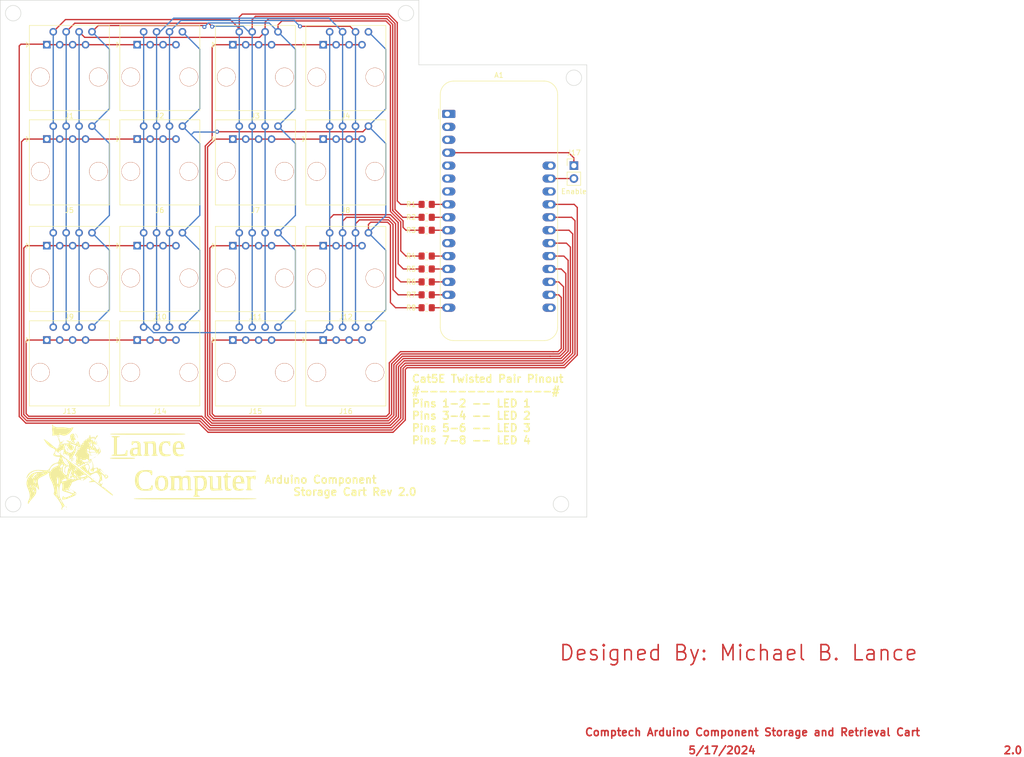
<source format=kicad_pcb>
(kicad_pcb (version 20240108) (generator "pcbnew") (generator_version "8.0")
  (layers (0 "F.Cu" signal) (31 "B.Cu" signal) (34 "B.Paste" user) (35 "F.Paste" user) (36 "B.SilkS" user "B.Silkscreen") (37 "F.SilkS" user "F.Silkscreen") (38 "B.Mask" user) (39 "F.Mask" user) (44 "Edge.Cuts" user))
  (net 0 "")
  (net 4 "R5")
  (net 5 "R8")
  (net 6 "R2")
  (net 8 "C7")
  (net 11 "R4")
  (net 13 "C3")
  (net 14 "C8")
  (net 15 "R6")
  (net 16 "R7")
  (net 17 "C4")
  (net 18 "C6")
  (net 19 "R1")
  (net 20 "C5")
  (net 22 "C1")
  (net 23 "C2")
  (net 25 "R3")
  (net 27 "Net-(A1-A4)")
  (net 28 "Net-(A1-A3)")
  (net 29 "Net-(A1-A5)")
  (net 30 "Net-(A1-MOSI)")
  (net 31 "Net-(A1-RX)")
  (net 32 "Net-(A1-MISO)")
  (net 33 "Net-(A1-TX)")
  (net 34 "Net-(A1-SPARE)")
  (net 35 "Net-(A1-EN)")
  (net 36 "GND")
  (footprint "Connector_RJ:RJ45_OST_PJ012-8P8CX_Vertical" (layer "F.Cu") (at 80.269 93.972)
    (property "Reference" "J9")
    (property "Value" "RJ45")
  )
  (footprint "Resistor_SMD:R_0805_2012Metric_Pad1.20x1.40mm_HandSolder" (layer "F.Cu") (at 154.956 98.552)
    (property "Reference" "R5")
    (property "Value" "R")
  )
  (footprint "Connector_RJ:RJ45_OST_PJ012-8P8CX_Vertical" (layer "F.Cu") (at 134.615 93.98)
    (property "Reference" "J12")
    (property "Value" "RJ45")
  )
  (footprint "Resistor_SMD:R_0805_2012Metric_Pad1.20x1.40mm_HandSolder" (layer "F.Cu") (at 154.956 85.852 180)
    (property "Reference" "R1")
    (property "Value" "R")
  )
  (footprint "Connector_RJ:RJ45_OST_PJ012-8P8CX_Vertical" (layer "F.Cu") (at 80.269 54.458)
    (property "Reference" "J1")
    (property "Value" "RJ45")
  )
  (footprint "Connector_RJ:RJ45_OST_PJ012-8P8CX_Vertical" (layer "F.Cu") (at 134.615 54.466)
    (property "Reference" "J4")
    (property "Value" "RJ45")
  )
  (footprint "Connector_RJ:RJ45_OST_PJ012-8P8CX_Vertical" (layer "F.Cu") (at 98.044 73.008)
    (property "Reference" "J6")
    (property "Value" "RJ45")
  )
  (footprint "Connector_RJ:RJ45_OST_PJ012-8P8CX_Vertical" (layer "F.Cu") (at 80.269 73.008)
    (property "Reference" "J5")
    (property "Value" "RJ45")
  )
  (footprint "Connector_RJ:RJ45_OST_PJ012-8P8CX_Vertical" (layer "F.Cu") (at 116.84 93.98)
    (property "Reference" "J11")
    (property "Value" "RJ45")
  )
  (footprint "Connector_RJ:RJ45_OST_PJ012-8P8CX_Vertical" (layer "F.Cu") (at 116.84 112.53)
    (property "Reference" "J15")
    (property "Value" "RJ45")
  )
  (footprint "Connector_RJ:RJ45_OST_PJ012-8P8CX_Vertical" (layer "F.Cu") (at 116.84 54.466)
    (property "Reference" "J3")
    (property "Value" "RJ45")
  )
  (footprint "LOGO" (layer "F.Cu") (at 99.06 137.668)
    (property "Reference" "G***" (hide yes))
    (property "Value" "LOGO" (hide yes))
  )
  (footprint "Resistor_SMD:R_0805_2012Metric_Pad1.20x1.40mm_HandSolder" (layer "F.Cu") (at 154.956 101.092)
    (property "Reference" "R6")
    (property "Value" "R")
  )
  (footprint "Resistor_SMD:R_0805_2012Metric_Pad1.20x1.40mm_HandSolder" (layer "F.Cu") (at 154.956 88.392 180)
    (property "Reference" "R2")
    (property "Value" "R")
  )
  (footprint "Resistor_SMD:R_0805_2012Metric_Pad1.20x1.40mm_HandSolder" (layer "F.Cu") (at 154.956 103.632)
    (property "Reference" "R7")
    (property "Value" "R")
  )
  (footprint "Connector_RJ:RJ45_OST_PJ012-8P8CX_Vertical" (layer "F.Cu") (at 98.044 93.972)
    (property "Reference" "J10")
    (property "Value" "RJ45")
  )
  (footprint "Connector_RJ:RJ45_OST_PJ012-8P8CX_Vertical" (layer "F.Cu") (at 134.615 73.016)
    (property "Reference" "J8")
    (property "Value" "RJ45")
  )
  (footprint "Connector_RJ:RJ45_OST_PJ012-8P8CX_Vertical" (layer "F.Cu") (at 134.615 112.53)
    (property "Reference" "J16")
    (property "Value" "RJ45")
  )
  (footprint "Connector_RJ:RJ45_OST_PJ012-8P8CX_Vertical" (layer "F.Cu") (at 80.269 112.522)
    (property "Reference" "J13")
    (property "Value" "RJ45")
  )
  (footprint "Connector_RJ:RJ45_OST_PJ012-8P8CX_Vertical" (layer "F.Cu") (at 116.84 73.016)
    (property "Reference" "J7")
    (property "Value" "RJ45")
  )
  (footprint "Resistor_SMD:R_0805_2012Metric_Pad1.20x1.40mm_HandSolder" (layer "F.Cu") (at 154.956 96.012)
    (property "Reference" "R4")
    (property "Value" "R")
  )
  (footprint "Resistor_SMD:R_0805_2012Metric_Pad1.20x1.40mm_HandSolder" (layer "F.Cu") (at 154.956 106.172)
    (property "Reference" "R8")
    (property "Value" "R")
  )
  (footprint "Module:Adafruit_Feather" (layer "F.Cu") (at 159.004 68.072)
    (property "Reference" "A1")
    (property "Value" "Adafruit_Feather_Generic")
  )
  (footprint "Connector_RJ:RJ45_OST_PJ012-8P8CX_Vertical" (layer "F.Cu") (at 98.044 54.458)
    (property "Reference" "J2")
    (property "Value" "RJ45")
  )
  (footprint "Resistor_SMD:R_0805_2012Metric_Pad1.20x1.40mm_HandSolder" (layer "F.Cu") (at 154.956 90.932 180)
    (property "Reference" "R3")
    (property "Value" "R")
  )
  (footprint "Connector_PinHeader_2.54mm:PinHeader_1x02_P2.54mm_Vertical" (layer "F.Cu") (at 183.896 78.232)
    (property "Reference" "J17")
    (property "Value" "Enable")
  )
  (footprint "Connector_RJ:RJ45_OST_PJ012-8P8CX_Vertical" (layer "F.Cu") (at 98.044 112.522)
    (property "Reference" "J14")
    (property "Value" "RJ45")
  )
  (gr_circle (center 150.876 48.26) (end 150.876 49.784) (stroke (width 0.1)) (fill none) (layer "Edge.Cuts"))
  (gr_circle (center 181.356 144.78) (end 181.356 146.304) (stroke (width 0.1)) (fill none) (layer "Edge.Cuts"))
  (gr_line (start 186.436 58.42) (end 153.416 58.42) (stroke (width 0.1)) (layer "Edge.Cuts"))
  (gr_line (start 147.32 45.72) (end 153.416 45.72) (stroke (width 0.1)) (layer "Edge.Cuts"))
  (gr_line (start 186.436 147.32) (end 71.12 147.32) (stroke (width 0.1)) (layer "Edge.Cuts"))
  (gr_line (start 71.12 147.32) (end 71.12 45.72) (stroke (width 0.1)) (layer "Edge.Cuts"))
  (gr_line (start 186.436 58.42) (end 186.436 147.32) (stroke (width 0.1)) (layer "Edge.Cuts"))
  (gr_circle (center 73.66 48.26) (end 73.66 49.784) (stroke (width 0.1)) (fill none) (layer "Edge.Cuts"))
  (gr_line (start 71.12 45.72) (end 147.32 45.72) (stroke (width 0.1)) (layer "Edge.Cuts"))
  (gr_circle (center 73.66 144.78) (end 73.66 146.304) (stroke (width 0.1)) (fill none) (layer "Edge.Cuts"))
  (gr_circle (center 183.896 60.96) (end 183.896 62.484) (stroke (width 0.1)) (fill none) (layer "Edge.Cuts"))
  (gr_line (start 153.416 58.42) (end 153.416 45.72) (stroke (width 0.1)) (layer "Edge.Cuts"))
  (gr_text "Designed By: Michael B. Lance\n" (at 180.848 175.768 0) (layer "F.Cu") (effects (font (size 3 3) (thickness 0.3) (bold yes)) (justify left bottom)))
  (gr_text "Comptech Arduino Component Storage and Retrieval Cart" (at 185.928 190.5 0) (layer "F.Cu") (effects (font (size 1.5 1.5) (thickness 0.3) (bold yes)) (justify left bottom)))
  (gr_text "5/17/2024\n" (at 206.248 194.056 0) (layer "F.Cu") (effects (font (size 1.5 1.5) (thickness 0.3) (bold yes)) (justify left bottom)))
  (gr_text "2.0\n" (at 268.224 194.056 0) (layer "F.Cu") (effects (font (size 1.5 1.5) (thickness 0.3) (bold yes)) (justify left bottom)))
  (gr_text "Arduino Component \n	Storage Cart Rev 2.0\n" (at 122.936 143.256 0) (layer "F.SilkS") (effects (font (size 1.5 1.5) (thickness 0.3) (bold yes)) (justify left bottom)))
  (gr_text "Cat5E Twisted Pair Pinout\n#--------------#\nPins 1-2 -- LED 1\nPins 3-4 -- LED 2\nPins 5-6 -- LED 3\nPins 7-8 -- LED 4" (at 151.892 133.096 0) (layer "F.SilkS") (effects (font (size 1.5 1.5) (thickness 0.3) (bold yes)) (justify left bottom)))
  (segment (start 183.664 91.658) (end 182.938 90.932) (width 0.25) (layer "F.Cu") (net 4))
  (segment (start 147.97598 129.758) (end 149.86 127.87398) (width 0.25) (layer "F.Cu") (net 4))
  (segment (start 182.938 90.932) (end 179.89 90.932) (width 0.25) (layer "F.Cu") (net 4))
  (segment (start 110.551604 127.958) (end 112.351604 129.758) (width 0.25) (layer "F.Cu") (net 4))
  (segment (start 87.889 93.972) (end 98.044 93.972) (width 0.25) (layer "F.Cu") (net 4))
  (segment (start 112.351604 129.758) (end 147.97598 129.758) (width 0.25) (layer "F.Cu") (net 4))
  (segment (start 179.832 90.932) (end 179.324 90.932) (width 0.25) (layer "F.Cu") (net 4))
  (segment (start 183.664 115.109782) (end 183.664 91.658) (width 0.25) (layer "F.Cu") (net 4))
  (segment (start 75.75 127.186396) (end 76.521604 127.958) (width 0.25) (layer "F.Cu") (net 4))
  (segment (start 76.208 93.972) (end 75.75 94.43) (width 0.25) (layer "F.Cu") (net 4))
  (segment (start 149.86 127.87398) (end 149.86 117.933) (width 0.25) (layer "F.Cu") (net 4))
  (segment (start 82.809 93.972) (end 85.349 93.972) (width 0.25) (layer "F.Cu") (net 4))
  (segment (start 98.044 93.972) (end 100.584 93.972) (width 0.25) (layer "F.Cu") (net 4))
  (segment (start 149.86 117.933) (end 150.735 117.058) (width 0.25) (layer "F.Cu") (net 4))
  (segment (start 181.715782 117.058) (end 183.664 115.109782) (width 0.25) (layer "F.Cu") (net 4))
  (segment (start 100.584 93.972) (end 103.124 93.972) (width 0.25) (layer "F.Cu") (net 4))
  (segment (start 75.75 94.43) (end 75.75 127.186396) (width 0.25) (layer "F.Cu") (net 4))
  (segment (start 80.269 93.972) (end 82.809 93.972) (width 0.25) (layer "F.Cu") (net 4))
  (segment (start 85.349 93.972) (end 87.889 93.972) (width 0.25) (layer "F.Cu") (net 4))
  (segment (start 179.832 90.932) (end 179.324 90.932) (width 0.25) (layer "F.Cu") (net 4))
  (segment (start 76.521604 127.958) (end 110.551604 127.958) (width 0.25) (layer "F.Cu") (net 4))
  (segment (start 103.124 93.972) (end 105.664 93.972) (width 0.25) (layer "F.Cu") (net 4))
  (segment (start 80.269 93.972) (end 76.208 93.972) (width 0.25) (layer "F.Cu") (net 4))
  (segment (start 150.735 117.058) (end 181.715782 117.058) (width 0.25) (layer "F.Cu") (net 4))
  (segment (start 147.61 117.001) (end 149.803 114.808) (width 0.25) (layer "F.Cu") (net 5))
  (segment (start 113.022 112.53) (end 112.776 112.776) (width 0.25) (layer "F.Cu") (net 5))
  (segment (start 113.284396 127.508) (end 147.044 127.508) (width 0.25) (layer "F.Cu") (net 5))
  (segment (start 147.61 126.942) (end 147.61 117.001) (width 0.25) (layer "F.Cu") (net 5))
  (segment (start 142.235 112.53) (end 139.695 112.53) (width 0.25) (layer "F.Cu") (net 5))
  (segment (start 116.84 112.53) (end 113.022 112.53) (width 0.25) (layer "F.Cu") (net 5))
  (segment (start 112.776 112.776) (end 112.776 126.999604) (width 0.25) (layer "F.Cu") (net 5))
  (segment (start 137.155 112.53) (end 134.615 112.53) (width 0.25) (layer "F.Cu") (net 5))
  (segment (start 119.38 112.53) (end 116.84 112.53) (width 0.25) (layer "F.Cu") (net 5))
  (segment (start 179.832 114.808) (end 180.783802 114.808) (width 0.25) (layer "F.Cu") (net 5))
  (segment (start 147.044 127.508) (end 147.61 126.942) (width 0.25) (layer "F.Cu") (net 5))
  (segment (start 179.832 114.808) (end 179.831802 114.807802) (width 0.25) (layer "F.Cu") (net 5))
  (segment (start 121.92 112.53) (end 119.38 112.53) (width 0.25) (layer "F.Cu") (net 5))
  (segment (start 134.615 112.53) (end 124.46 112.53) (width 0.25) (layer "F.Cu") (net 5))
  (segment (start 139.695 112.53) (end 137.155 112.53) (width 0.25) (layer "F.Cu") (net 5))
  (segment (start 124.46 112.53) (end 121.92 112.53) (width 0.25) (layer "F.Cu") (net 5))
  (segment (start 181.414 104.14) (end 180.906 103.632) (width 0.25) (layer "F.Cu") (net 5))
  (segment (start 149.803 114.808) (end 179.832 114.808) (width 0.25) (layer "F.Cu") (net 5))
  (segment (start 180.906 103.632) (end 179.324 103.632) (width 0.25) (layer "F.Cu") (net 5))
  (segment (start 180.783802 114.808) (end 181.414 114.177802) (width 0.25) (layer "F.Cu") (net 5))
  (segment (start 181.414 114.177802) (end 181.414 104.14) (width 0.25) (layer "F.Cu") (net 5))
  (segment (start 112.776 126.999604) (end 113.284396 127.508) (width 0.25) (layer "F.Cu") (net 5))
  (segment (start 147.603188 128.858) (end 112.725208 128.858) (width 0.25) (layer "F.Cu") (net 6))
  (segment (start 182.764 114.73699) (end 181.34299 116.158) (width 0.25) (layer "F.Cu") (net 6))
  (segment (start 112.776 73.0236) (end 112.776 54.974) (width 0.25) (layer "F.Cu") (net 6))
  (segment (start 148.96 117.56) (end 148.96 127.501188) (width 0.25) (layer "F.Cu") (net 6))
  (segment (start 124.46 54.466) (end 121.92 54.466) (width 0.25) (layer "F.Cu") (net 6))
  (segment (start 137.155 54.466) (end 134.615 54.466) (width 0.25) (layer "F.Cu") (net 6))
  (segment (start 179.382 96.012) (end 181.922 96.012) (width 0.25) (layer "F.Cu") (net 6))
  (segment (start 119.38 54.466) (end 116.84 54.466) (width 0.25) (layer "F.Cu") (net 6))
  (segment (start 148.96 127.501188) (end 147.603188 128.858) (width 0.25) (layer "F.Cu") (net 6))
  (segment (start 139.695 54.466) (end 137.155 54.466) (width 0.25) (layer "F.Cu") (net 6))
  (segment (start 121.92 54.466) (end 119.38 54.466) (width 0.25) (layer "F.Cu") (net 6))
  (segment (start 112.776 54.974) (end 113.284 54.466) (width 0.25) (layer "F.Cu") (net 6))
  (segment (start 112.725208 128.858) (end 111.426 127.558792) (width 0.25) (layer "F.Cu") (net 6))
  (segment (start 150.362 116.158) (end 148.96 117.56) (width 0.25) (layer "F.Cu") (net 6))
  (segment (start 113.284 54.466) (end 116.84 54.466) (width 0.25) (layer "F.Cu") (net 6))
  (segment (start 181.922 96.012) (end 182.764 96.854) (width 0.25) (layer "F.Cu") (net 6))
  (segment (start 111.426 127.558792) (end 111.426 74.3736) (width 0.25) (layer "F.Cu") (net 6))
  (segment (start 134.615 54.466) (end 124.46 54.466) (width 0.25) (layer "F.Cu") (net 6))
  (segment (start 181.34299 116.158) (end 150.362 116.158) (width 0.25) (layer "F.Cu") (net 6))
  (segment (start 142.235 54.466) (end 139.695 54.466) (width 0.25) (layer "F.Cu") (net 6))
  (segment (start 111.426 74.3736) (end 112.776 73.0236) (width 0.25) (layer "F.Cu") (net 6))
  (segment (start 182.764 96.854) (end 182.764 114.73699) (width 0.25) (layer "F.Cu") (net 6))
  (segment (start 139.8883 50.8493) (end 140.965 51.926) (width 0.25) (layer "F.Cu") (net 8))
  (segment (start 141.732 88.9) (end 147.448 88.9) (width 0.25) (layer "F.Cu") (net 8))
  (segment (start 147.448 88.9) (end 148.336 89.7876) (width 0.25) (layer "F.Cu") (net 8))
  (segment (start 130.048 50.8493) (end 139.8883 50.8493) (width 0.25) (layer "F.Cu") (net 8))
  (segment (start 149.352 103.632) (end 148.336 102.616) (width 0.25) (layer "F.Cu") (net 8))
  (segment (start 148.336 89.7876) (end 148.336 102.616) (width 0.25) (layer "F.Cu") (net 8))
  (segment (start 153.956 103.632) (end 149.352 103.632) (width 0.25) (layer "F.Cu") (net 8))
  (segment (start 140.965 89.667) (end 141.732 88.9) (width 0.25) (layer "F.Cu") (net 8))
  (segment (start 140.965 91.44) (end 140.965 89.667) (width 0.25) (layer "F.Cu") (net 8))
  (via (at 130.048 50.8493) (size 0.8) (drill 0.4) (layers "F.Cu" "B.Cu") (net 8))
  (segment (start 140.965 70.476) (end 140.965 91.44) (width 0.25) (layer "B.Cu") (net 8))
  (segment (start 140.965 91.44) (end 140.965 109.99) (width 0.25) (layer "B.Cu") (net 8))
  (segment (start 104.394 51.918) (end 104.394 70.468) (width 0.25) (layer "B.Cu") (net 8))
  (segment (start 130.048 50.8493) (end 128.8944 49.6957) (width 0.25) (layer "B.Cu") (net 8))
  (segment (start 106.6163 49.6957) (end 104.394 51.918) (width 0.25) (layer "B.Cu") (net 8))
  (segment (start 104.394 70.468) (end 104.394 91.432) (width 0.25) (layer "B.Cu") (net 8))
  (segment (start 128.8944 49.6957) (end 106.6163 49.6957) (width 0.25) (layer "B.Cu") (net 8))
  (segment (start 104.394 91.432) (end 104.394 109.982) (width 0.25) (layer "B.Cu") (net 8))
  (segment (start 140.965 51.926) (end 140.965 70.476) (width 0.25) (layer "B.Cu") (net 8))
  (segment (start 148.51 127.314792) (end 147.416792 128.408) (width 0.25) (layer "F.Cu") (net 11))
  (segment (start 182.314 99.452) (end 181.414 98.552) (width 0.25) (layer "F.Cu") (net 11))
  (segment (start 148.51 117.374) (end 148.51 127.314792) (width 0.25) (layer "F.Cu") (net 11))
  (segment (start 111.876 127.372396) (end 111.876 74.56) (width 0.25) (layer "F.Cu") (net 11))
  (segment (start 121.92 73.016) (end 119.38 73.016) (width 0.25) (layer "F.Cu") (net 11))
  (segment (start 179.247 115.708) (end 181.156594 115.708) (width 0.25) (layer "F.Cu") (net 11))
  (segment (start 111.876 74.56) (end 113.42 73.016) (width 0.25) (layer "F.Cu") (net 11))
  (segment (start 134.615 73.016) (end 124.46 73.016) (width 0.25) (layer "F.Cu") (net 11))
  (segment (start 179.246604 115.708) (end 150.176 115.708) (width 0.25) (layer "F.Cu") (net 11))
  (segment (start 182.314 114.550594) (end 182.314 99.452) (width 0.25) (layer "F.Cu") (net 11))
  (segment (start 181.414 98.552) (end 179.382 98.552) (width 0.25) (layer "F.Cu") (net 11))
  (segment (start 112.911604 128.408) (end 111.876 127.372396) (width 0.25) (layer "F.Cu") (net 11))
  (segment (start 142.235 73.016) (end 139.695 73.016) (width 0.25) (layer "F.Cu") (net 11))
  (segment (start 150.176 115.708) (end 148.51 117.374) (width 0.25) (layer "F.Cu") (net 11))
  (segment (start 113.42 73.016) (end 116.84 73.016) (width 0.25) (layer "F.Cu") (net 11))
  (segment (start 119.38 73.016) (end 116.84 73.016) (width 0.25) (layer "F.Cu") (net 11))
  (segment (start 147.416792 128.408) (end 112.911604 128.408) (width 0.25) (layer "F.Cu") (net 11))
  (segment (start 139.695 73.016) (end 137.155 73.016) (width 0.25) (layer "F.Cu") (net 11))
  (segment (start 124.46 73.016) (end 121.92 73.016) (width 0.25) (layer "F.Cu") (net 11))
  (segment (start 179.246802 115.707802) (end 179.246604 115.708) (width 0.25) (layer "F.Cu") (net 11))
  (segment (start 137.155 73.016) (end 134.615 73.016) (width 0.25) (layer "F.Cu") (net 11))
  (segment (start 181.156594 115.708) (end 182.314 114.550594) (width 0.25) (layer "F.Cu") (net 11))
  (segment (start 122.099 53.017) (end 123.19 51.926) (width 0.25) (layer "F.Cu") (net 13))
  (segment (start 148.278 86.868) (end 148.278 87.0612) (width 0.25) (layer "F.Cu") (net 13))
  (segment (start 148.278 86.868) (end 148.278 87.061204) (width 0.25) (layer "F.Cu") (net 13))
  (segment (start 123.894 49.334) (end 147.121 49.334) (width 0.25) (layer "F.Cu") (net 13))
  (segment (start 150.31 90.366) (end 150.876 90.932) (width 0.25) (layer "F.Cu") (net 13))
  (segment (start 123.19 51.926) (end 123.19 50.038) (width 0.25) (layer "F.Cu") (net 13))
  (segment (start 148.278 87.061204) (end 150.31 89.093204) (width 0.25) (layer "F.Cu") (net 13))
  (segment (start 147.121 49.334) (end 148.278 50.4908) (width 0.25) (layer "F.Cu") (net 13))
  (segment (start 148.278 50.4908) (end 148.278 86.868) (width 0.25) (layer "F.Cu") (net 13))
  (segment (start 123.19 50.038) (end 123.894 49.334) (width 0.25) (layer "F.Cu") (net 13))
  (segment (start 150.876 90.932) (end 153.956 90.932) (width 0.25) (layer "F.Cu") (net 13))
  (segment (start 86.619 51.918) (end 87.718 53.017) (width 0.25) (layer "F.Cu") (net 13))
  (segment (start 87.718 53.017) (end 122.099 53.017) (width 0.25) (layer "F.Cu") (net 13))
  (segment (start 150.31 89.093204) (end 150.31 90.366) (width 0.25) (layer "F.Cu") (net 13))
  (segment (start 86.619 70.468) (end 86.619 91.432) (width 0.25) (layer "B.Cu") (net 13))
  (segment (start 86.619 51.918) (end 86.619 70.468) (width 0.25) (layer "B.Cu") (net 13))
  (segment (start 123.19 91.44) (end 123.19 109.99) (width 0.25) (layer "B.Cu") (net 13))
  (segment (start 123.19 70.476) (end 123.19 91.44) (width 0.25) (layer "B.Cu") (net 13))
  (segment (start 86.619 91.432) (end 86.619 109.982) (width 0.25) (layer "B.Cu") (net 13))
  (segment (start 123.19 51.926) (end 123.19 70.476) (width 0.25) (layer "B.Cu") (net 13))
  (segment (start 143.505 70.476) (end 142.4143 71.5667) (width 0.25) (layer "F.Cu") (net 14))
  (segment (start 153.956 106.172) (end 148.844 106.172) (width 0.25) (layer "F.Cu") (net 14))
  (segment (start 143.505 91.44) (end 143.505 89.7954) (width 0.25) (layer "F.Cu") (net 14))
  (segment (start 147.828 89.916) (end 147.828 105.156) (width 0.25) (layer "F.Cu") (net 14))
  (segment (start 142.4143 71.5667) (end 113.7422 71.5667) (width 0.25) (layer "F.Cu") (net 14))
  (segment (start 147.828 105.156) (end 148.844 106.172) (width 0.25) (layer "F.Cu") (net 14))
  (segment (start 143.505 89.7954) (end 143.95 89.35) (width 0.25) (layer "F.Cu") (net 14))
  (segment (start 147.262 89.35) (end 147.828 89.916) (width 0.25) (layer "F.Cu") (net 14))
  (segment (start 143.95 89.35) (end 147.262 89.35) (width 0.25) (layer "F.Cu") (net 14))
  (via (at 113.7422 71.5667) (size 0.8) (drill 0.4) (layers "F.Cu" "B.Cu") (net 14))
  (segment (start 143.505 70.476) (end 146.925 73.896) (width 0.25) (layer "B.Cu") (net 14))
  (segment (start 143.505 51.926) (end 146.925 55.346) (width 0.25) (layer "B.Cu") (net 14))
  (segment (start 106.934 91.432) (end 110.354 94.852) (width 0.25) (layer "B.Cu") (net 14))
  (segment (start 110.354 55.338) (end 106.934 51.918) (width 0.25) (layer "B.Cu") (net 14))
  (segment (start 113.6809 71.628) (end 113.7422 71.5667) (width 0.25) (layer "B.Cu") (net 14))
  (segment (start 110.354 88.012) (end 106.934 91.432) (width 0.25) (layer "B.Cu") (net 14))
  (segment (start 108.644 72.178) (end 109.194 71.628) (width 0.25) (layer "B.Cu") (net 14))
  (segment (start 108.644 72.178) (end 110.354 73.888) (width 0.25) (layer "B.Cu") (net 14))
  (segment (start 146.925 55.346) (end 146.925 67.056) (width 0.25) (layer "B.Cu") (net 14))
  (segment (start 146.925 73.896) (end 146.925 88.02) (width 0.25) (layer "B.Cu") (net 14))
  (segment (start 106.934 70.468) (end 108.644 72.178) (width 0.25) (layer "B.Cu") (net 14))
  (segment (start 109.194 71.628) (end 113.6809 71.628) (width 0.25) (layer "B.Cu") (net 14))
  (segment (start 146.925 94.86) (end 146.925 106.57) (width 0.25) (layer "B.Cu") (net 14))
  (segment (start 110.354 94.852) (end 110.354 106.562) (width 0.25) (layer "B.Cu") (net 14))
  (segment (start 146.925 67.056) (end 143.505 70.476) (width 0.25) (layer "B.Cu") (net 14))
  (segment (start 110.354 73.888) (end 110.354 88.012) (width 0.25) (layer "B.Cu") (net 14))
  (segment (start 146.925 106.57) (end 143.505 109.99) (width 0.25) (layer "B.Cu") (net 14))
  (segment (start 110.354 55.338) (end 110.354 67.048) (width 0.25) (layer "B.Cu") (net 14))
  (segment (start 146.925 88.02) (end 143.505 91.44) (width 0.25) (layer "B.Cu") (net 14))
  (segment (start 143.505 91.44) (end 146.925 94.86) (width 0.25) (layer "B.Cu") (net 14))
  (segment (start 110.354 67.048) (end 106.934 70.468) (width 0.25) (layer "B.Cu") (net 14))
  (segment (start 110.354 106.562) (end 106.934 109.982) (width 0.25) (layer "B.Cu") (net 14))
  (segment (start 148.06 127.128396) (end 148.06 117.188) (width 0.25) (layer "F.Cu") (net 15))
  (segment (start 116.84 93.98) (end 112.776 93.98) (width 0.25) (layer "F.Cu") (net 15))
  (segment (start 149.99 115.258) (end 180.970198 115.258) (width 0.25) (layer "F.Cu") (net 15))
  (segment (start 139.695 93.98) (end 142.235 93.98) (width 0.25) (layer "F.Cu") (net 15))
  (segment (start 112.326 94.43) (end 112.326 127.186) (width 0.25) (layer "F.Cu") (net 15))
  (segment (start 121.92 93.98) (end 124.46 93.98) (width 0.25) (layer "F.Cu") (net 15))
  (segment (start 112.776 93.98) (end 112.326 94.43) (width 0.25) (layer "F.Cu") (net 15))
  (segment (start 148.06 117.188) (end 149.99 115.258) (width 0.25) (layer "F.Cu") (net 15))
  (segment (start 181.864 114.364198) (end 181.864 102.05) (width 0.25) (layer "F.Cu") (net 15))
  (segment (start 116.84 93.98) (end 119.38 93.98) (width 0.25) (layer "F.Cu") (net 15))
  (segment (start 180.906 101.092) (end 179.324 101.092) (width 0.25) (layer "F.Cu") (net 15))
  (segment (start 181.864 102.05) (end 180.906 101.092) (width 0.25) (layer "F.Cu") (net 15))
  (segment (start 119.38 93.98) (end 121.92 93.98) (width 0.25) (layer "F.Cu") (net 15))
  (segment (start 137.155 93.98) (end 139.695 93.98) (width 0.25) (layer "F.Cu") (net 15))
  (segment (start 134.615 93.98) (end 137.155 93.98) (width 0.25) (layer "F.Cu") (net 15))
  (segment (start 180.970198 115.258) (end 181.864 114.364198) (width 0.25) (layer "F.Cu") (net 15))
  (segment (start 112.326 127.186) (end 113.098 127.958) (width 0.25) (layer "F.Cu") (net 15))
  (segment (start 124.46 93.98) (end 134.615 93.98) (width 0.25) (layer "F.Cu") (net 15))
  (segment (start 147.230396 127.958) (end 148.06 127.128396) (width 0.25) (layer "F.Cu") (net 15))
  (segment (start 113.098 127.958) (end 147.230396 127.958) (width 0.25) (layer "F.Cu") (net 15))
  (segment (start 149.41 127.687584) (end 147.789584 129.308) (width 0.25) (layer "F.Cu") (net 16))
  (segment (start 76.2 112.776) (end 76.454 112.522) (width 0.25) (layer "F.Cu") (net 16))
  (segment (start 147.789584 129.308) (end 112.538 129.308) (width 0.25) (layer "F.Cu") (net 16))
  (segment (start 76.2 127) (end 76.2 112.776) (width 0.25) (layer "F.Cu") (net 16))
  (segment (start 85.349 112.522) (end 82.809 112.522) (width 0.25) (layer "F.Cu") (net 16))
  (segment (start 98.044 112.522) (end 87.889 112.522) (width 0.25) (layer "F.Cu") (net 16))
  (segment (start 150.548396 116.608) (end 149.41 117.746396) (width 0.25) (layer "F.Cu") (net 16))
  (segment (start 181.529386 116.608) (end 150.548396 116.608) (width 0.25) (layer "F.Cu") (net 16))
  (segment (start 110.738 127.508) (end 76.708 127.508) (width 0.25) (layer "F.Cu") (net 16))
  (segment (start 179.382 93.472) (end 182.43 93.472) (width 0.25) (layer "F.Cu") (net 16))
  (segment (start 76.708 127.508) (end 76.2 127) (width 0.25) (layer "F.Cu") (net 16))
  (segment (start 149.41 117.746396) (end 149.41 127.687584) (width 0.25) (layer "F.Cu") (net 16))
  (segment (start 87.889 112.522) (end 85.349 112.522) (width 0.25) (layer "F.Cu") (net 16))
  (segment (start 103.124 112.522) (end 100.584 112.522) (width 0.25) (layer "F.Cu") (net 16))
  (segment (start 183.214 114.923386) (end 181.529386 116.608) (width 0.25) (layer "F.Cu") (net 16))
  (segment (start 100.584 112.522) (end 98.044 112.522) (width 0.25) (layer "F.Cu") (net 16))
  (segment (start 76.454 112.522) (end 80.269 112.522) (width 0.25) (layer "F.Cu") (net 16))
  (segment (start 105.664 112.522) (end 103.124 112.522) (width 0.25) (layer "F.Cu") (net 16))
  (segment (start 82.809 112.522) (end 80.269 112.522) (width 0.25) (layer "F.Cu") (net 16))
  (segment (start 182.43 93.472) (end 183.214 94.256) (width 0.25) (layer "F.Cu") (net 16))
  (segment (start 183.214 94.256) (end 183.214 114.923386) (width 0.25) (layer "F.Cu") (net 16))
  (segment (start 112.538 129.308) (end 110.738 127.508) (width 0.25) (layer "F.Cu") (net 16))
  (segment (start 110.977 50.6894) (end 90.3876 50.6894) (width 0.25) (layer "F.Cu") (net 17))
  (segment (start 90.3876 50.6894) (end 89.159 51.918) (width 0.25) (layer "F.Cu") (net 17))
  (segment (start 149.86 89.2796) (end 149.86 94.996) (width 0.25) (layer "F.Cu") (net 17))
  (segment (start 125.73 50.546) (end 126.492 49.784) (width 0.25) (layer "F.Cu") (net 17))
  (segment (start 111.252 50.9644) (end 110.977 50.6894) (width 0.25) (layer "F.Cu") (net 17))
  (segment (start 125.73 51.926) (end 125.73 50.546) (width 0.25) (layer "F.Cu") (net 17))
  (segment (start 126.492 49.784) (end 146.935 49.784) (width 0.25) (layer "F.Cu") (net 17))
  (segment (start 147.828 87.2476) (end 149.86 89.2796) (width 0.25) (layer "F.Cu") (net 17))
  (segment (start 146.935 49.784) (end 147.828 50.6772) (width 0.25) (layer "F.Cu") (net 17))
  (segment (start 147.828 50.6772) (end 147.828 87.2476) (width 0.25) (layer "F.Cu") (net 17))
  (segment (start 153.956 96.012) (end 150.876 96.012) (width 0.25) (layer "F.Cu") (net 17))
  (segment (start 150.876 96.012) (end 149.86 94.996) (width 0.25) (layer "F.Cu") (net 17))
  (via (at 111.252 50.9644) (size 0.8) (drill 0.4) (layers "F.Cu" "B.Cu") (net 17))
  (segment (start 125.73 91.44) (end 129.15 88.02) (width 0.25) (layer "B.Cu") (net 17))
  (segment (start 129.15 67.056) (end 129.15 55.346) (width 0.25) (layer "B.Cu") (net 17))
  (segment (start 112.0339 50.1825) (end 123.9865 50.1825) (width 0.25) (layer "B.Cu") (net 17))
  (segment (start 92.579 106.562) (end 89.159 109.982) (width 0.25) (layer "B.Cu") (net 17))
  (segment (start 129.15 106.57) (end 125.73 109.99) (width 0.25) (layer "B.Cu") (net 17))
  (segment (start 111.252 50.9644) (end 112.0339 50.1825) (width 0.25) (layer "B.Cu") (net 17))
  (segment (start 92.579 55.338) (end 92.579 67.048) (width 0.25) (layer "B.Cu") (net 17))
  (segment (start 129.15 94.86) (end 129.15 106.57) (width 0.25) (layer "B.Cu") (net 17))
  (segment (start 92.579 73.888) (end 92.579 88.012) (width 0.25) (layer "B.Cu") (net 17))
  (segment (start 92.579 88.012) (end 89.159 91.432) (width 0.25) (layer "B.Cu") (net 17))
  (segment (start 89.159 51.918) (end 92.579 55.338) (width 0.25) (layer "B.Cu") (net 17))
  (segment (start 125.73 91.44) (end 129.15 94.86) (width 0.25) (layer "B.Cu") (net 17))
  (segment (start 129.15 88.02) (end 129.15 73.896) (width 0.25) (layer "B.Cu") (net 17))
  (segment (start 92.579 94.852) (end 92.579 106.562) (width 0.25) (layer "B.Cu") (net 17))
  (segment (start 129.15 55.346) (end 125.73 51.926) (width 0.25) (layer "B.Cu") (net 17))
  (segment (start 125.73 70.476) (end 129.15 67.056) (width 0.25) (layer "B.Cu") (net 17))
  (segment (start 89.159 91.432) (end 92.579 94.852) (width 0.25) (layer "B.Cu") (net 17))
  (segment (start 129.15 73.896) (end 125.73 70.476) (width 0.25) (layer "B.Cu") (net 17))
  (segment (start 92.579 67.048) (end 89.159 70.468) (width 0.25) (layer "B.Cu") (net 17))
  (segment (start 123.9865 50.1825) (end 125.73 51.926) (width 0.25) (layer "B.Cu") (net 17))
  (segment (start 89.159 70.468) (end 92.579 73.888) (width 0.25) (layer "B.Cu") (net 17))
  (segment (start 138.425 89.159) (end 139.192 88.392) (width 0.25) (layer "F.Cu") (net 18))
  (segment (start 147.577 88.392) (end 148.844 89.6592) (width 0.25) (layer "F.Cu") (net 18))
  (segment (start 138.425 91.44) (end 138.425 89.159) (width 0.25) (layer "F.Cu") (net 18))
  (segment (start 139.192 88.392) (end 147.577 88.392) (width 0.25) (layer "F.Cu") (net 18))
  (segment (start 148.844 89.6592) (end 148.844 100.076) (width 0.25) (layer "F.Cu") (net 18))
  (segment (start 148.844 100.076) (end 149.86 101.092) (width 0.25) (layer "F.Cu") (net 18))
  (segment (start 149.86 101.092) (end 153.956 101.092) (width 0.25) (layer "F.Cu") (net 18))
  (segment (start 101.854 52.5869) (end 101.854 70.468) (width 0.25) (layer "B.Cu") (net 18))
  (segment (start 101.854 51.918) (end 101.854 52.5869) (width 0.25) (layer "B.Cu") (net 18))
  (segment (start 138.425 91.44) (end 138.425 109.99) (width 0.25) (layer "B.Cu") (net 18))
  (segment (start 138.425 51.926) (end 135.7413 49.2423) (width 0.25) (layer "B.Cu") (net 18))
  (segment (start 105.1986 49.2423) (end 101.854 52.5869) (width 0.25) (layer "B.Cu") (net 18))
  (segment (start 101.854 91.432) (end 101.854 109.982) (width 0.25) (layer "B.Cu") (net 18))
  (segment (start 138.425 51.926) (end 138.425 70.476) (width 0.25) (layer "B.Cu") (net 18))
  (segment (start 101.854 70.468) (end 101.854 91.432) (width 0.25) (layer "B.Cu") (net 18))
  (segment (start 138.425 70.476) (end 138.425 91.44) (width 0.25) (layer "B.Cu") (net 18))
  (segment (start 135.7413 49.2423) (end 105.1986 49.2423) (width 0.25) (layer "B.Cu") (net 18))
  (segment (start 98.044 54.458) (end 87.889 54.458) (width 0.25) (layer "F.Cu") (net 19))
  (segment (start 85.349 54.458) (end 82.809 54.458) (width 0.25) (layer "F.Cu") (net 19))
  (segment (start 150.76 128.246772) (end 150.76 118.306) (width 0.25) (layer "F.Cu") (net 19))
  (segment (start 105.664 54.458) (end 103.124 54.458) (width 0.25) (layer "F.Cu") (net 19))
  (segment (start 182.088574 117.958) (end 184.564 115.482574) (width 0.25) (layer "F.Cu") (net 19))
  (segment (start 183.954 85.852) (end 179.382 85.852) (width 0.25) (layer "F.Cu") (net 19))
  (segment (start 111.978812 130.658) (end 148.348772 130.658) (width 0.25) (layer "F.Cu") (net 19))
  (segment (start 110.178812 128.858) (end 111.978812 130.658) (width 0.25) (layer "F.Cu") (net 19))
  (segment (start 74.85 127.559188) (end 76.148812 128.858) (width 0.25) (layer "F.Cu") (net 19))
  (segment (start 184.564 86.462) (end 183.954 85.852) (width 0.25) (layer "F.Cu") (net 19))
  (segment (start 100.584 54.458) (end 98.044 54.458) (width 0.25) (layer "F.Cu") (net 19))
  (segment (start 103.124 54.458) (end 100.584 54.458) (width 0.25) (layer "F.Cu") (net 19))
  (segment (start 148.348772 130.658) (end 150.76 128.246772) (width 0.25) (layer "F.Cu") (net 19))
  (segment (start 184.564 115.482574) (end 184.564 86.462) (width 0.25) (layer "F.Cu") (net 19))
  (segment (start 80.269 54.458) (end 80.167 54.356) (width 0.25) (layer "F.Cu") (net 19))
  (segment (start 151.108 117.958) (end 182.088574 117.958) (width 0.25) (layer "F.Cu") (net 19))
  (segment (start 82.809 54.458) (end 80.269 54.458) (width 0.25) (layer "F.Cu") (net 19))
  (segment (start 75.184 54.356) (end 74.85 54.69) (width 0.25) (layer "F.Cu") (net 19))
  (segment (start 74.85 54.69) (end 74.85 127.559188) (width 0.25) (layer "F.Cu") (net 19))
  (segment (start 87.889 54.458) (end 85.349 54.458) (width 0.25) (layer "F.Cu") (net 19))
  (segment (start 76.148812 128.858) (end 110.178812 128.858) (width 0.25) (layer "F.Cu") (net 19))
  (segment (start 150.76 118.306) (end 151.108 117.958) (width 0.25) (layer "F.Cu") (net 19))
  (segment (start 80.167 54.356) (end 75.184 54.356) (width 0.25) (layer "F.Cu") (net 19))
  (segment (start 135.885 88.651) (end 136.652 87.884) (width 0.25) (layer "F.Cu") (net 20))
  (segment (start 135.885 91.44) (end 135.885 88.651) (width 0.25) (layer "F.Cu") (net 20))
  (segment (start 153.956 98.552) (end 150.368 98.552) (width 0.25) (layer "F.Cu") (net 20))
  (segment (start 150.368 98.552) (end 149.352 97.536) (width 0.25) (layer "F.Cu") (net 20))
  (segment (start 149.352 89.408) (end 149.352 97.536) (width 0.25) (layer "F.Cu") (net 20))
  (segment (start 136.652 87.884) (end 147.828 87.884) (width 0.25) (layer "F.Cu") (net 20))
  (segment (start 147.828 87.884) (end 149.352 89.408) (width 0.25) (layer "F.Cu") (net 20))
  (segment (start 99.314 70.468) (end 99.314 91.432) (width 0.25) (layer "B.Cu") (net 20))
  (segment (start 99.314 91.432) (end 99.314 109.1171) (width 0.25) (layer "B.Cu") (net 20))
  (segment (start 135.885 91.44) (end 135.885 109.7928) (width 0.25) (layer "B.Cu") (net 20))
  (segment (start 135.885 109.7928) (end 135.885 109.99) (width 0.25) (layer "B.Cu") (net 20))
  (segment (start 101.2636 111.0667) (end 134.6111 111.0667) (width 0.25) (layer "B.Cu") (net 20))
  (segment (start 99.314 109.1171) (end 99.314 109.982) (width 0.25) (layer "B.Cu") (net 20))
  (segment (start 135.885 70.476) (end 135.885 91.44) (width 0.25) (layer "B.Cu") (net 20))
  (segment (start 99.314 51.918) (end 99.314 70.468) (width 0.25) (layer "B.Cu") (net 20))
  (segment (start 99.314 109.1171) (end 101.2636 111.0667) (width 0.25) (layer "B.Cu") (net 20))
  (segment (start 134.6111 111.0667) (end 135.885 109.7928) (width 0.25) (layer "B.Cu") (net 20))
  (segment (start 135.885 51.926) (end 135.885 70.476) (width 0.25) (layer "B.Cu") (net 20))
  (segment (start 83.9388 49.5182) (end 81.539 51.918) (width 0.25) (layer "F.Cu") (net 22))
  (segment (start 116.3202 49.5182) (end 83.9388 49.5182) (width 0.25) (layer "F.Cu") (net 22))
  (segment (start 149.178 85.17) (end 149.178 50.118) (width 0.25) (layer "F.Cu") (net 22))
  (segment (start 149.178 50.118) (end 147.494 48.434) (width 0.25) (layer "F.Cu") (net 22))
  (segment (start 118.11 49.022) (end 118.11 51.926) (width 0.25) (layer "F.Cu") (net 22))
  (segment (start 118.11 51.308) (end 116.3202 49.5182) (width 0.25) (layer "F.Cu") (net 22))
  (segment (start 147.494 48.434) (end 118.698 48.434) (width 0.25) (layer "F.Cu") (net 22))
  (segment (start 118.698 48.434) (end 118.11 49.022) (width 0.25) (layer "F.Cu") (net 22))
  (segment (start 149.86 85.852) (end 149.178 85.17) (width 0.25) (layer "F.Cu") (net 22))
  (segment (start 153.956 85.852) (end 149.86 85.852) (width 0.25) (layer "F.Cu") (net 22))
  (segment (start 118.11 109.99) (end 118.372 109.728) (width 0.25) (layer "F.Cu") (net 22))
  (segment (start 118.11 91.44) (end 118.11 109.99) (width 0.25) (layer "B.Cu") (net 22))
  (segment (start 118.11 51.926) (end 118.11 70.476) (width 0.25) (layer "B.Cu") (net 22))
  (segment (start 81.539 91.432) (end 81.539 109.982) (width 0.25) (layer "B.Cu") (net 22))
  (segment (start 81.539 51.918) (end 81.539 70.468) (width 0.25) (layer "B.Cu") (net 22))
  (segment (start 118.11 70.476) (end 118.11 91.44) (width 0.25) (layer "B.Cu") (net 22))
  (segment (start 81.539 70.468) (end 81.539 91.432) (width 0.25) (layer "B.Cu") (net 22))
  (segment (start 120.65 49.53) (end 121.296 48.884) (width 0.25) (layer "F.Cu") (net 23))
  (segment (start 150.252 88.392) (end 153.956 88.392) (width 0.25) (layer "F.Cu") (net 23))
  (segment (start 112.1079 50.2394) (end 85.7576 50.2394) (width 0.25) (layer "F.Cu") (net 23))
  (segment (start 148.728 86.868) (end 150.252 88.392) (width 0.25) (layer "F.Cu") (net 23))
  (segment (start 147.308 48.884) (end 148.728 50.3044) (width 0.25) (layer "F.Cu") (net 23))
  (segment (start 85.7576 50.2394) (end 84.079 51.918) (width 0.25) (layer "F.Cu") (net 23))
  (segment (start 112.776 50.9075) (end 112.1079 50.2394) (width 0.25) (layer "F.Cu") (net 23))
  (segment (start 120.65 51.926) (end 120.65 49.53) (width 0.25) (layer "F.Cu") (net 23))
  (segment (start 121.296 48.884) (end 147.308 48.884) (width 0.25) (layer "F.Cu") (net 23))
  (segment (start 148.728 50.3044) (end 148.728 86.868) (width 0.25) (layer "F.Cu") (net 23))
  (via (at 112.776 50.9075) (size 0.8) (drill 0.4) (layers "F.Cu" "B.Cu") (net 23))
  (segment (start 112.776 50.9075) (end 112.8653 50.8182) (width 0.25) (layer "B.Cu") (net 23))
  (segment (start 120.65 51.926) (end 120.65 52.5949) (width 0.25) (layer "B.Cu") (net 23))
  (segment (start 120.65 70.476) (end 120.65 91.44) (width 0.25) (layer "B.Cu") (net 23))
  (segment (start 120.65 91.44) (end 120.65 109.99) (width 0.25) (layer "B.Cu") (net 23))
  (segment (start 112.8653 50.8182) (end 118.8733 50.8182) (width 0.25) (layer "B.Cu") (net 23))
  (segment (start 118.8733 50.8182) (end 120.65 52.5949) (width 0.25) (layer "B.Cu") (net 23))
  (segment (start 84.079 51.918) (end 84.079 70.468) (width 0.25) (layer "B.Cu") (net 23))
  (segment (start 84.079 91.432) (end 84.079 109.982) (width 0.25) (layer "B.Cu") (net 23))
  (segment (start 84.079 70.468) (end 84.079 91.432) (width 0.25) (layer "B.Cu") (net 23))
  (segment (start 120.65 52.5949) (end 120.65 70.476) (width 0.25) (layer "B.Cu") (net 23))
  (segment (start 183.446 88.392) (end 184.114 89.06) (width 0.25) (layer "F.Cu") (net 25))
  (segment (start 179.89 88.392) (end 183.446 88.392) (width 0.25) (layer "F.Cu") (net 25))
  (segment (start 75.3 73.544) (end 75.836 73.008) (width 0.25) (layer "F.Cu") (net 25))
  (segment (start 148.162376 130.208) (end 112.165208 130.208) (width 0.25) (layer "F.Cu") (net 25))
  (segment (start 184.114 115.296178) (end 181.902178 117.508) (width 0.25) (layer "F.Cu") (net 25))
  (segment (start 100.584 73.008) (end 103.124 73.008) (width 0.25) (layer "F.Cu") (net 25))
  (segment (start 98.044 73.008) (end 100.584 73.008) (width 0.25) (layer "F.Cu") (net 25))
  (segment (start 87.889 73.008) (end 98.044 73.008) (width 0.25) (layer "F.Cu") (net 25))
  (segment (start 76.335208 128.408) (end 75.3 127.372792) (width 0.25) (layer "F.Cu") (net 25))
  (segment (start 80.269 73.008) (end 82.809 73.008) (width 0.25) (layer "F.Cu") (net 25))
  (segment (start 179.832 88.392) (end 179.324 88.392) (width 0.25) (layer "F.Cu") (net 25))
  (segment (start 150.31 128.060376) (end 148.162376 130.208) (width 0.25) (layer "F.Cu") (net 25))
  (segment (start 110.365208 128.408) (end 76.335208 128.408) (width 0.25) (layer "F.Cu") (net 25))
  (segment (start 181.902178 117.508) (end 150.922 117.508) (width 0.25) (layer "F.Cu") (net 25))
  (segment (start 75.3 127.372792) (end 75.3 73.544) (width 0.25) (layer "F.Cu") (net 25))
  (segment (start 75.836 73.008) (end 80.269 73.008) (width 0.25) (layer "F.Cu") (net 25))
  (segment (start 85.349 73.008) (end 87.889 73.008) (width 0.25) (layer "F.Cu") (net 25))
  (segment (start 112.165208 130.208) (end 110.365208 128.408) (width 0.25) (layer "F.Cu") (net 25))
  (segment (start 150.31 118.12) (end 150.31 128.060376) (width 0.25) (layer "F.Cu") (net 25))
  (segment (start 179.832 88.392) (end 179.324 88.392) (width 0.25) (layer "F.Cu") (net 25))
  (segment (start 150.922 117.508) (end 150.31 118.12) (width 0.25) (layer "F.Cu") (net 25))
  (segment (start 103.124 73.008) (end 105.664 73.008) (width 0.25) (layer "F.Cu") (net 25))
  (segment (start 184.114 89.06) (end 184.114 115.296178) (width 0.25) (layer "F.Cu") (net 25))
  (segment (start 82.809 73.008) (end 85.349 73.008) (width 0.25) (layer "F.Cu") (net 25))
  (segment (start 155.956 88.392) (end 159.004 88.392) (width 0.25) (layer "F.Cu") (net 27))
  (segment (start 159.004 85.852) (end 155.956 85.852) (width 0.25) (layer "F.Cu") (net 28))
  (segment (start 156.464 90.932) (end 159.004 90.932) (width 0.25) (layer "F.Cu") (net 29))
  (segment (start 159.004 96.012) (end 155.956 96.012) (width 0.25) (layer "F.Cu") (net 30))
  (segment (start 159.004 101.092) (end 155.956 101.092) (width 0.25) (layer "F.Cu") (net 31))
  (segment (start 159.004 98.552) (end 155.956 98.552) (width 0.25) (layer "F.Cu") (net 32))
  (segment (start 159.004 103.632) (end 155.956 103.632) (width 0.25) (layer "F.Cu") (net 33))
  (segment (start 155.956 106.172) (end 159.004 106.172) (width 0.25) (layer "F.Cu") (net 34))
  (segment (start 179.324 80.772) (end 183.896 80.772) (width 0.25) (layer "F.Cu") (net 35))
  (segment (start 182.88 75.692) (end 159.004 75.692) (width 0.25) (layer "F.Cu") (net 36))
  (segment (start 183.896 78.232) (end 183.896 76.708) (width 0.25) (layer "F.Cu") (net 36))
  (segment (start 183.896 76.708) (end 182.88 75.692) (width 0.25) (layer "F.Cu") (net 36))
)
</source>
